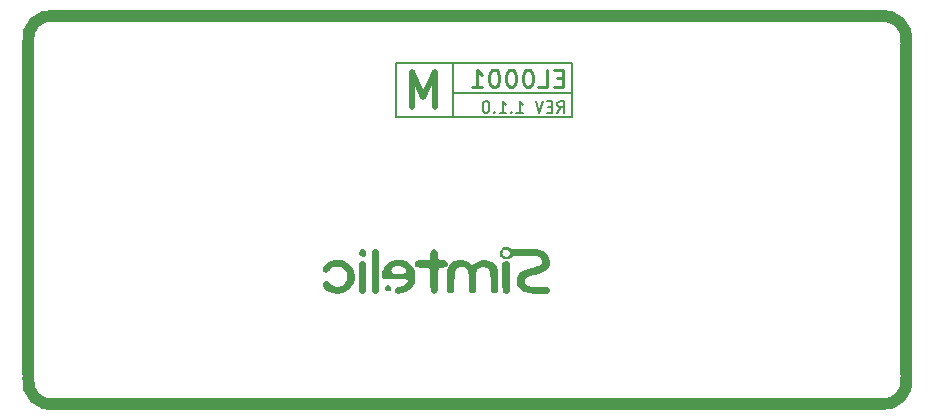
<source format=gbr>
%TF.GenerationSoftware,KiCad,Pcbnew,7.0.7-7.0.7~ubuntu22.04.1*%
%TF.CreationDate,2024-01-12T16:25:32+05:30*%
%TF.ProjectId,24-ch-relay-driver-kicad,32342d63-682d-4726-956c-61792d647269,1.1.0*%
%TF.SameCoordinates,Original*%
%TF.FileFunction,Legend,Bot*%
%TF.FilePolarity,Positive*%
%FSLAX46Y46*%
G04 Gerber Fmt 4.6, Leading zero omitted, Abs format (unit mm)*
G04 Created by KiCad (PCBNEW 7.0.7-7.0.7~ubuntu22.04.1) date 2024-01-12 16:25:32*
%MOMM*%
%LPD*%
G01*
G04 APERTURE LIST*
%ADD10C,1.000000*%
%ADD11C,0.150000*%
%ADD12C,0.250000*%
%ADD13C,0.500000*%
G04 APERTURE END LIST*
D10*
X116690990Y-70440990D02*
G75*
G03*
X114440990Y-72690990I-306890J-1943110D01*
G01*
X186550000Y-103300000D02*
G75*
G03*
X188800000Y-101050000I306900J1943100D01*
G01*
D11*
X150400000Y-74400000D02*
X150400000Y-79000000D01*
X160500000Y-74400000D02*
X160500000Y-79000000D01*
X160500000Y-77000000D02*
X150400000Y-77000000D01*
X149300000Y-74400000D02*
X160500000Y-74400000D01*
D10*
X116250000Y-70450000D02*
X186950000Y-70450000D01*
X114447907Y-101052093D02*
G75*
G03*
X116697907Y-103302093I1943093J-306907D01*
G01*
X114450000Y-72975000D02*
X114450000Y-100650000D01*
D11*
X160500000Y-79000000D02*
X145600000Y-79000000D01*
D10*
X188800000Y-73000000D02*
X188800000Y-100675000D01*
X188802095Y-72697904D02*
G75*
G03*
X186552096Y-70447905I-1943095J306904D01*
G01*
D11*
X145600000Y-79000000D02*
X145600000Y-74400000D01*
D10*
X116100000Y-103300000D02*
X186800000Y-103300000D01*
D11*
X145600000Y-74400000D02*
X149300000Y-74400000D01*
D12*
X159685713Y-75695214D02*
X159185713Y-75695214D01*
X158971427Y-76480928D02*
X159685713Y-76480928D01*
X159685713Y-76480928D02*
X159685713Y-74980928D01*
X159685713Y-74980928D02*
X158971427Y-74980928D01*
X157614284Y-76480928D02*
X158328570Y-76480928D01*
X158328570Y-76480928D02*
X158328570Y-74980928D01*
X156828569Y-74980928D02*
X156685712Y-74980928D01*
X156685712Y-74980928D02*
X156542855Y-75052357D01*
X156542855Y-75052357D02*
X156471427Y-75123785D01*
X156471427Y-75123785D02*
X156399998Y-75266642D01*
X156399998Y-75266642D02*
X156328569Y-75552357D01*
X156328569Y-75552357D02*
X156328569Y-75909500D01*
X156328569Y-75909500D02*
X156399998Y-76195214D01*
X156399998Y-76195214D02*
X156471427Y-76338071D01*
X156471427Y-76338071D02*
X156542855Y-76409500D01*
X156542855Y-76409500D02*
X156685712Y-76480928D01*
X156685712Y-76480928D02*
X156828569Y-76480928D01*
X156828569Y-76480928D02*
X156971427Y-76409500D01*
X156971427Y-76409500D02*
X157042855Y-76338071D01*
X157042855Y-76338071D02*
X157114284Y-76195214D01*
X157114284Y-76195214D02*
X157185712Y-75909500D01*
X157185712Y-75909500D02*
X157185712Y-75552357D01*
X157185712Y-75552357D02*
X157114284Y-75266642D01*
X157114284Y-75266642D02*
X157042855Y-75123785D01*
X157042855Y-75123785D02*
X156971427Y-75052357D01*
X156971427Y-75052357D02*
X156828569Y-74980928D01*
X155399998Y-74980928D02*
X155257141Y-74980928D01*
X155257141Y-74980928D02*
X155114284Y-75052357D01*
X155114284Y-75052357D02*
X155042856Y-75123785D01*
X155042856Y-75123785D02*
X154971427Y-75266642D01*
X154971427Y-75266642D02*
X154899998Y-75552357D01*
X154899998Y-75552357D02*
X154899998Y-75909500D01*
X154899998Y-75909500D02*
X154971427Y-76195214D01*
X154971427Y-76195214D02*
X155042856Y-76338071D01*
X155042856Y-76338071D02*
X155114284Y-76409500D01*
X155114284Y-76409500D02*
X155257141Y-76480928D01*
X155257141Y-76480928D02*
X155399998Y-76480928D01*
X155399998Y-76480928D02*
X155542856Y-76409500D01*
X155542856Y-76409500D02*
X155614284Y-76338071D01*
X155614284Y-76338071D02*
X155685713Y-76195214D01*
X155685713Y-76195214D02*
X155757141Y-75909500D01*
X155757141Y-75909500D02*
X155757141Y-75552357D01*
X155757141Y-75552357D02*
X155685713Y-75266642D01*
X155685713Y-75266642D02*
X155614284Y-75123785D01*
X155614284Y-75123785D02*
X155542856Y-75052357D01*
X155542856Y-75052357D02*
X155399998Y-74980928D01*
X153971427Y-74980928D02*
X153828570Y-74980928D01*
X153828570Y-74980928D02*
X153685713Y-75052357D01*
X153685713Y-75052357D02*
X153614285Y-75123785D01*
X153614285Y-75123785D02*
X153542856Y-75266642D01*
X153542856Y-75266642D02*
X153471427Y-75552357D01*
X153471427Y-75552357D02*
X153471427Y-75909500D01*
X153471427Y-75909500D02*
X153542856Y-76195214D01*
X153542856Y-76195214D02*
X153614285Y-76338071D01*
X153614285Y-76338071D02*
X153685713Y-76409500D01*
X153685713Y-76409500D02*
X153828570Y-76480928D01*
X153828570Y-76480928D02*
X153971427Y-76480928D01*
X153971427Y-76480928D02*
X154114285Y-76409500D01*
X154114285Y-76409500D02*
X154185713Y-76338071D01*
X154185713Y-76338071D02*
X154257142Y-76195214D01*
X154257142Y-76195214D02*
X154328570Y-75909500D01*
X154328570Y-75909500D02*
X154328570Y-75552357D01*
X154328570Y-75552357D02*
X154257142Y-75266642D01*
X154257142Y-75266642D02*
X154185713Y-75123785D01*
X154185713Y-75123785D02*
X154114285Y-75052357D01*
X154114285Y-75052357D02*
X153971427Y-74980928D01*
X152042856Y-76480928D02*
X152899999Y-76480928D01*
X152471428Y-76480928D02*
X152471428Y-74980928D01*
X152471428Y-74980928D02*
X152614285Y-75195214D01*
X152614285Y-75195214D02*
X152757142Y-75338071D01*
X152757142Y-75338071D02*
X152899999Y-75409500D01*
D11*
X159257142Y-78654819D02*
X159590475Y-78178628D01*
X159828570Y-78654819D02*
X159828570Y-77654819D01*
X159828570Y-77654819D02*
X159447618Y-77654819D01*
X159447618Y-77654819D02*
X159352380Y-77702438D01*
X159352380Y-77702438D02*
X159304761Y-77750057D01*
X159304761Y-77750057D02*
X159257142Y-77845295D01*
X159257142Y-77845295D02*
X159257142Y-77988152D01*
X159257142Y-77988152D02*
X159304761Y-78083390D01*
X159304761Y-78083390D02*
X159352380Y-78131009D01*
X159352380Y-78131009D02*
X159447618Y-78178628D01*
X159447618Y-78178628D02*
X159828570Y-78178628D01*
X158828570Y-78131009D02*
X158495237Y-78131009D01*
X158352380Y-78654819D02*
X158828570Y-78654819D01*
X158828570Y-78654819D02*
X158828570Y-77654819D01*
X158828570Y-77654819D02*
X158352380Y-77654819D01*
X158066665Y-77654819D02*
X157733332Y-78654819D01*
X157733332Y-78654819D02*
X157399999Y-77654819D01*
X155780951Y-78654819D02*
X156352379Y-78654819D01*
X156066665Y-78654819D02*
X156066665Y-77654819D01*
X156066665Y-77654819D02*
X156161903Y-77797676D01*
X156161903Y-77797676D02*
X156257141Y-77892914D01*
X156257141Y-77892914D02*
X156352379Y-77940533D01*
X155352379Y-78559580D02*
X155304760Y-78607200D01*
X155304760Y-78607200D02*
X155352379Y-78654819D01*
X155352379Y-78654819D02*
X155399998Y-78607200D01*
X155399998Y-78607200D02*
X155352379Y-78559580D01*
X155352379Y-78559580D02*
X155352379Y-78654819D01*
X154352380Y-78654819D02*
X154923808Y-78654819D01*
X154638094Y-78654819D02*
X154638094Y-77654819D01*
X154638094Y-77654819D02*
X154733332Y-77797676D01*
X154733332Y-77797676D02*
X154828570Y-77892914D01*
X154828570Y-77892914D02*
X154923808Y-77940533D01*
X153923808Y-78559580D02*
X153876189Y-78607200D01*
X153876189Y-78607200D02*
X153923808Y-78654819D01*
X153923808Y-78654819D02*
X153971427Y-78607200D01*
X153971427Y-78607200D02*
X153923808Y-78559580D01*
X153923808Y-78559580D02*
X153923808Y-78654819D01*
X153257142Y-77654819D02*
X153161904Y-77654819D01*
X153161904Y-77654819D02*
X153066666Y-77702438D01*
X153066666Y-77702438D02*
X153019047Y-77750057D01*
X153019047Y-77750057D02*
X152971428Y-77845295D01*
X152971428Y-77845295D02*
X152923809Y-78035771D01*
X152923809Y-78035771D02*
X152923809Y-78273866D01*
X152923809Y-78273866D02*
X152971428Y-78464342D01*
X152971428Y-78464342D02*
X153019047Y-78559580D01*
X153019047Y-78559580D02*
X153066666Y-78607200D01*
X153066666Y-78607200D02*
X153161904Y-78654819D01*
X153161904Y-78654819D02*
X153257142Y-78654819D01*
X153257142Y-78654819D02*
X153352380Y-78607200D01*
X153352380Y-78607200D02*
X153399999Y-78559580D01*
X153399999Y-78559580D02*
X153447618Y-78464342D01*
X153447618Y-78464342D02*
X153495237Y-78273866D01*
X153495237Y-78273866D02*
X153495237Y-78035771D01*
X153495237Y-78035771D02*
X153447618Y-77845295D01*
X153447618Y-77845295D02*
X153399999Y-77750057D01*
X153399999Y-77750057D02*
X153352380Y-77702438D01*
X153352380Y-77702438D02*
X153257142Y-77654819D01*
D13*
X148899999Y-78161857D02*
X148899999Y-75161857D01*
X148899999Y-75161857D02*
X147899999Y-77304714D01*
X147899999Y-77304714D02*
X146899999Y-75161857D01*
X146899999Y-75161857D02*
X146899999Y-78161857D01*
%TO.C,LG102*%
G36*
X145074415Y-93280716D02*
G01*
X145164819Y-93367457D01*
X145200019Y-93490062D01*
X145196531Y-93551421D01*
X145155561Y-93659809D01*
X145051261Y-93741581D01*
X144976593Y-93768198D01*
X144843870Y-93750470D01*
X144720421Y-93656435D01*
X144672485Y-93587315D01*
X144651669Y-93466044D01*
X144712169Y-93332860D01*
X144724342Y-93316985D01*
X144828941Y-93247348D01*
X144954045Y-93237969D01*
X145074415Y-93280716D01*
G37*
G36*
X142856635Y-90199334D02*
G01*
X142968002Y-90270777D01*
X143044068Y-90380277D01*
X143074161Y-90510013D01*
X143047608Y-90642167D01*
X142953739Y-90758919D01*
X142849765Y-90826730D01*
X142749132Y-90841693D01*
X142622877Y-90799168D01*
X142508869Y-90707217D01*
X142451853Y-90577132D01*
X142452414Y-90434362D01*
X142510429Y-90304034D01*
X142625774Y-90211277D01*
X142720637Y-90183766D01*
X142856635Y-90199334D01*
G37*
G36*
X143921989Y-90190878D02*
G01*
X144051351Y-90289153D01*
X144176135Y-90413937D01*
X144176135Y-92064034D01*
X144176135Y-93714131D01*
X144051351Y-93838914D01*
X144013982Y-93874069D01*
X143888583Y-93950000D01*
X143767351Y-93945255D01*
X143634230Y-93860671D01*
X143514454Y-93757645D01*
X143514454Y-92064034D01*
X143514454Y-90370423D01*
X143634230Y-90267396D01*
X143672963Y-90236211D01*
X143801212Y-90173510D01*
X143921989Y-90190878D01*
G37*
G36*
X142953739Y-91234695D02*
G01*
X143066219Y-91323172D01*
X143066219Y-92551440D01*
X143066172Y-92696694D01*
X143065425Y-93025589D01*
X143063333Y-93282330D01*
X143059343Y-93476512D01*
X143052899Y-93617727D01*
X143043448Y-93715569D01*
X143030437Y-93779631D01*
X143013309Y-93819507D01*
X142991513Y-93844788D01*
X142936526Y-93886729D01*
X142852773Y-93933412D01*
X142788399Y-93953823D01*
X142718985Y-93953199D01*
X142624700Y-93916301D01*
X142575419Y-93890137D01*
X142529454Y-93850535D01*
X142493955Y-93791831D01*
X142467585Y-93704558D01*
X142449007Y-93579250D01*
X142436885Y-93406439D01*
X142429881Y-93176659D01*
X142426660Y-92880441D01*
X142425883Y-92508320D01*
X142425883Y-91355783D01*
X142530665Y-91251001D01*
X142659289Y-91165446D01*
X142803661Y-91157697D01*
X142953739Y-91234695D01*
G37*
G36*
X154916305Y-91146280D02*
G01*
X155023783Y-91178201D01*
X155127823Y-91251001D01*
X155232605Y-91355783D01*
X155232605Y-92534480D01*
X155232426Y-92667701D01*
X155229620Y-93038792D01*
X155223534Y-93341661D01*
X155214320Y-93572031D01*
X155202132Y-93725622D01*
X155187126Y-93798156D01*
X155143542Y-93854257D01*
X155048386Y-93920711D01*
X154984177Y-93944259D01*
X154920990Y-93960992D01*
X154870428Y-93951577D01*
X154770010Y-93902834D01*
X154673377Y-93834130D01*
X154618787Y-93769684D01*
X154618433Y-93768658D01*
X154611487Y-93705199D01*
X154605239Y-93568721D01*
X154599942Y-93371001D01*
X154595847Y-93123818D01*
X154593206Y-92838952D01*
X154592269Y-92528182D01*
X154592269Y-91355783D01*
X154697052Y-91251001D01*
X154700723Y-91247395D01*
X154805997Y-91175815D01*
X154912437Y-91146219D01*
X154916305Y-91146280D01*
G37*
G36*
X140641072Y-91103615D02*
G01*
X140964481Y-91127898D01*
X141235172Y-91201032D01*
X141474468Y-91331331D01*
X141703690Y-91527112D01*
X141816624Y-91648044D01*
X141940322Y-91819621D01*
X142019779Y-91998321D01*
X142058371Y-92144963D01*
X142092557Y-92440400D01*
X142081262Y-92742763D01*
X142024310Y-93012573D01*
X141955270Y-93173655D01*
X141782110Y-93423536D01*
X141550388Y-93637976D01*
X141276200Y-93803267D01*
X140975639Y-93905703D01*
X140922899Y-93916921D01*
X140756754Y-93947390D01*
X140625021Y-93957140D01*
X140489326Y-93946831D01*
X140311296Y-93917122D01*
X140265518Y-93908208D01*
X139998435Y-93830393D01*
X139782930Y-93711473D01*
X139592914Y-93537667D01*
X139520644Y-93453595D01*
X139416146Y-93298769D01*
X139376223Y-93167435D01*
X139395158Y-93045358D01*
X139454172Y-92948554D01*
X139567367Y-92876222D01*
X139701166Y-92866588D01*
X139833995Y-92919990D01*
X139944281Y-93036765D01*
X139968923Y-93073615D01*
X140133469Y-93231733D01*
X140351024Y-93331384D01*
X140608438Y-93366051D01*
X140659704Y-93364945D01*
X140927489Y-93316969D01*
X141145280Y-93202129D01*
X141307611Y-93026010D01*
X141409017Y-92794195D01*
X141444034Y-92512269D01*
X141442991Y-92460940D01*
X141396214Y-92187407D01*
X141284029Y-91964640D01*
X141112051Y-91798393D01*
X140885895Y-91694423D01*
X140611178Y-91658488D01*
X140605761Y-91658495D01*
X140418513Y-91672383D01*
X140265346Y-91721343D01*
X140120130Y-91818014D01*
X139956741Y-91975031D01*
X139907929Y-92024421D01*
X139772788Y-92133363D01*
X139668590Y-92170756D01*
X139638841Y-92168894D01*
X139514432Y-92115114D01*
X139427597Y-92001544D01*
X139394958Y-91847804D01*
X139399657Y-91782017D01*
X139429397Y-91695641D01*
X139498218Y-91599461D01*
X139619438Y-91471128D01*
X139679675Y-91413256D01*
X139871323Y-91265394D01*
X140076614Y-91169977D01*
X140317917Y-91118769D01*
X140617600Y-91103530D01*
X140641072Y-91103615D01*
G37*
G36*
X147172603Y-92015076D02*
G01*
X147205789Y-92140105D01*
X147221857Y-92288699D01*
X147226648Y-92491678D01*
X147226476Y-92603699D01*
X147219588Y-92766466D01*
X147198561Y-92892642D01*
X147156808Y-93014050D01*
X147087737Y-93162511D01*
X147082962Y-93172147D01*
X146912761Y-93442359D01*
X146698912Y-93649373D01*
X146430634Y-93801285D01*
X146097143Y-93906190D01*
X145994145Y-93926602D01*
X145771197Y-93941576D01*
X145612357Y-93902077D01*
X145518439Y-93808434D01*
X145490255Y-93660975D01*
X145505980Y-93552276D01*
X145562538Y-93465484D01*
X145674522Y-93407693D01*
X145856832Y-93366949D01*
X146095945Y-93305303D01*
X146320730Y-93182529D01*
X146479193Y-93006675D01*
X146528541Y-92926084D01*
X146562770Y-92858382D01*
X146569362Y-92807947D01*
X146540070Y-92772239D01*
X146466643Y-92748718D01*
X146340834Y-92734844D01*
X146154394Y-92728079D01*
X145899075Y-92725882D01*
X145566628Y-92725714D01*
X144566533Y-92725714D01*
X144475769Y-92610326D01*
X144440659Y-92560595D01*
X144404283Y-92457974D01*
X144411575Y-92322175D01*
X144424775Y-92245483D01*
X144505516Y-91972058D01*
X145196787Y-91972058D01*
X145206980Y-92109019D01*
X145285444Y-92221538D01*
X145293691Y-92227985D01*
X145358250Y-92263252D01*
X145449992Y-92284441D01*
X145588255Y-92294389D01*
X145792377Y-92295934D01*
X145986966Y-92291082D01*
X146178364Y-92272507D01*
X146306723Y-92236504D01*
X146384376Y-92179178D01*
X146423657Y-92096637D01*
X146432556Y-92005214D01*
X146388995Y-91872379D01*
X146286290Y-91763791D01*
X146139476Y-91683030D01*
X145963590Y-91633675D01*
X145773668Y-91619309D01*
X145584746Y-91643510D01*
X145411858Y-91709859D01*
X145270042Y-91821937D01*
X145255954Y-91838902D01*
X145196787Y-91972058D01*
X144505516Y-91972058D01*
X144526944Y-91899493D01*
X144690335Y-91612663D01*
X144915697Y-91383946D01*
X145203776Y-91212295D01*
X145309514Y-91166800D01*
X145422616Y-91128753D01*
X145536329Y-91109727D01*
X145678827Y-91105533D01*
X145878284Y-91111981D01*
X146019238Y-91119830D01*
X146208428Y-91140422D01*
X146351342Y-91174016D01*
X146472596Y-91225306D01*
X146680779Y-91355757D01*
X146927625Y-91587995D01*
X147107943Y-91865044D01*
X147116462Y-91882793D01*
X147168418Y-92005214D01*
X147172603Y-92015076D01*
G37*
G36*
X149001819Y-90238285D02*
G01*
X149078929Y-90317306D01*
X149117526Y-90441906D01*
X149128068Y-90631067D01*
X149133725Y-90799870D01*
X149163256Y-90952651D01*
X149227705Y-91045451D01*
X149337736Y-91091716D01*
X149504018Y-91104887D01*
X149605885Y-91109705D01*
X149736155Y-91129180D01*
X149814792Y-91158249D01*
X149895461Y-91243723D01*
X149956482Y-91375229D01*
X149957820Y-91500016D01*
X149925629Y-91584497D01*
X149849999Y-91680607D01*
X149730594Y-91729944D01*
X149548342Y-91743866D01*
X149440017Y-91744707D01*
X149336741Y-91753371D01*
X149259218Y-91779540D01*
X149203755Y-91832912D01*
X149166658Y-91923182D01*
X149144235Y-92060047D01*
X149132791Y-92253202D01*
X149128633Y-92512342D01*
X149128068Y-92847165D01*
X149128050Y-92936790D01*
X149127088Y-93235325D01*
X149123084Y-93462250D01*
X149113884Y-93628520D01*
X149097336Y-93745089D01*
X149071288Y-93822909D01*
X149033588Y-93872934D01*
X148982084Y-93906117D01*
X148914622Y-93933412D01*
X148850248Y-93953823D01*
X148780834Y-93953199D01*
X148686548Y-93916301D01*
X148644967Y-93894639D01*
X148592150Y-93851044D01*
X148552536Y-93786168D01*
X148524272Y-93689331D01*
X148505510Y-93549856D01*
X148494400Y-93357064D01*
X148489090Y-93100277D01*
X148487731Y-92768815D01*
X148487732Y-92761594D01*
X148488231Y-92441348D01*
X148485238Y-92196222D01*
X148472207Y-92016219D01*
X148442589Y-91891340D01*
X148389838Y-91811587D01*
X148307406Y-91766961D01*
X148188746Y-91747465D01*
X148027311Y-91743099D01*
X147816552Y-91743866D01*
X147813183Y-91743865D01*
X147599940Y-91742174D01*
X147454393Y-91735413D01*
X147359124Y-91720961D01*
X147296714Y-91696194D01*
X147249748Y-91658488D01*
X147204290Y-91599239D01*
X147162705Y-91457039D01*
X147187489Y-91311014D01*
X147276850Y-91192006D01*
X147281503Y-91188381D01*
X147340218Y-91150862D01*
X147412114Y-91126232D01*
X147515234Y-91111876D01*
X147667617Y-91105180D01*
X147887304Y-91103530D01*
X147965056Y-91103187D01*
X148205554Y-91095789D01*
X148363005Y-91078800D01*
X148436505Y-91052303D01*
X148461135Y-90995219D01*
X148481129Y-90869242D01*
X148489089Y-90700118D01*
X148496308Y-90543028D01*
X148515415Y-90408197D01*
X148542450Y-90331427D01*
X148627924Y-90250758D01*
X148759431Y-90189737D01*
X148884218Y-90188399D01*
X149001819Y-90238285D01*
G37*
G36*
X153466864Y-91147409D02*
G01*
X153723921Y-91255002D01*
X153941199Y-91429152D01*
X154110536Y-91668760D01*
X154142744Y-91731484D01*
X154174152Y-91802379D01*
X154197205Y-91877521D01*
X154213501Y-91970433D01*
X154224636Y-92094633D01*
X154232210Y-92263642D01*
X154237819Y-92490981D01*
X154243061Y-92790168D01*
X154246229Y-92989683D01*
X154249203Y-93241040D01*
X154248908Y-93427026D01*
X154244413Y-93559860D01*
X154234787Y-93651760D01*
X154219099Y-93714944D01*
X154196419Y-93761629D01*
X154165816Y-93804034D01*
X154142488Y-93830283D01*
X154011747Y-93907876D01*
X153859025Y-93919221D01*
X153714630Y-93860524D01*
X153688498Y-93836621D01*
X153665794Y-93796583D01*
X153648779Y-93731073D01*
X153636027Y-93628110D01*
X153626109Y-93475717D01*
X153617599Y-93261915D01*
X153609068Y-92974725D01*
X153608316Y-92947797D01*
X153596478Y-92618888D01*
X153580199Y-92363259D01*
X153556957Y-92169643D01*
X153524231Y-92026776D01*
X153479500Y-91923390D01*
X153420242Y-91848219D01*
X153343937Y-91789999D01*
X153256412Y-91745435D01*
X153053567Y-91695284D01*
X152841080Y-91698445D01*
X152645925Y-91752812D01*
X152495077Y-91856278D01*
X152467649Y-91887099D01*
X152440685Y-91928098D01*
X152420551Y-91982943D01*
X152405820Y-92063553D01*
X152395068Y-92181847D01*
X152386871Y-92349744D01*
X152379802Y-92579163D01*
X152372437Y-92882024D01*
X152369695Y-92997816D01*
X152362266Y-93274956D01*
X152354487Y-93481977D01*
X152345153Y-93630171D01*
X152333063Y-93730830D01*
X152317014Y-93795247D01*
X152295803Y-93834713D01*
X152268228Y-93860522D01*
X152235582Y-93881335D01*
X152088119Y-93922283D01*
X151939291Y-93896795D01*
X151820578Y-93808529D01*
X151814396Y-93800553D01*
X151785627Y-93756575D01*
X151764455Y-93702743D01*
X151749725Y-93626469D01*
X151740280Y-93515166D01*
X151734966Y-93356248D01*
X151732625Y-93137127D01*
X151732101Y-92845218D01*
X151730505Y-92594277D01*
X151724811Y-92335370D01*
X151715498Y-92127849D01*
X151703098Y-91983037D01*
X151688147Y-91912257D01*
X151637599Y-91849504D01*
X151504128Y-91767333D01*
X151329255Y-91713208D01*
X151138562Y-91691493D01*
X150957630Y-91706554D01*
X150812041Y-91762756D01*
X150759859Y-91798655D01*
X150690746Y-91858519D01*
X150638965Y-91930586D01*
X150601567Y-92027051D01*
X150575601Y-92160112D01*
X150558119Y-92341962D01*
X150546171Y-92584798D01*
X150536807Y-92900816D01*
X150530689Y-93126505D01*
X150522413Y-93363220D01*
X150512810Y-93535926D01*
X150500531Y-93656856D01*
X150484226Y-93738242D01*
X150462546Y-93792317D01*
X150434140Y-93831314D01*
X150386335Y-93871533D01*
X150251603Y-93917935D01*
X150105069Y-93906079D01*
X149981849Y-93835630D01*
X149968190Y-93821198D01*
X149943119Y-93785081D01*
X149924698Y-93733981D01*
X149911928Y-93656166D01*
X149903813Y-93539903D01*
X149899353Y-93373461D01*
X149897551Y-93145107D01*
X149897408Y-92843109D01*
X149897443Y-92813250D01*
X149898560Y-92513372D01*
X149901729Y-92284525D01*
X149908007Y-92113511D01*
X149918448Y-91987134D01*
X149934107Y-91892199D01*
X149956041Y-91815508D01*
X149985303Y-91743866D01*
X150048395Y-91621908D01*
X150230979Y-91390792D01*
X150472773Y-91218976D01*
X150524992Y-91193677D01*
X150645966Y-91154298D01*
X150797354Y-91133585D01*
X151006387Y-91126835D01*
X151049960Y-91126803D01*
X151290122Y-91138666D01*
X151483007Y-91178119D01*
X151660147Y-91254480D01*
X151853072Y-91377068D01*
X152038075Y-91507340D01*
X152194584Y-91410484D01*
X152204111Y-91404618D01*
X152538653Y-91234977D01*
X152866067Y-91136296D01*
X153178192Y-91107473D01*
X153466864Y-91147409D01*
G37*
G36*
X158245182Y-90499550D02*
G01*
X158439782Y-90699853D01*
X158567673Y-90936505D01*
X158623106Y-91202566D01*
X158600333Y-91491097D01*
X158575731Y-91585352D01*
X158499865Y-91756514D01*
X158382528Y-91903094D01*
X158214974Y-92031066D01*
X157988452Y-92146405D01*
X157694214Y-92255087D01*
X157323511Y-92363086D01*
X157188287Y-92399835D01*
X156927370Y-92478195D01*
X156736292Y-92551082D01*
X156605063Y-92624990D01*
X156523696Y-92706418D01*
X156482201Y-92801860D01*
X156470589Y-92917815D01*
X156493320Y-93059625D01*
X156579870Y-93183972D01*
X156740840Y-93283364D01*
X156801832Y-93308052D01*
X156889282Y-93332030D01*
X157000548Y-93348312D01*
X157151015Y-93358311D01*
X157356066Y-93363441D01*
X157631087Y-93365113D01*
X157796222Y-93366431D01*
X158029033Y-93372151D01*
X158227554Y-93381573D01*
X158374758Y-93393810D01*
X158453617Y-93407974D01*
X158551528Y-93475754D01*
X158611679Y-93590540D01*
X158618090Y-93720474D01*
X158570069Y-93838972D01*
X158466924Y-93919449D01*
X158452792Y-93924018D01*
X158346740Y-93940068D01*
X158178445Y-93951313D01*
X157966457Y-93957762D01*
X157729322Y-93959428D01*
X157485589Y-93956322D01*
X157253805Y-93948456D01*
X157052519Y-93935840D01*
X156900279Y-93918486D01*
X156867048Y-93912883D01*
X156529759Y-93825867D01*
X156259503Y-93693316D01*
X156049604Y-93512040D01*
X156008889Y-93463048D01*
X155866449Y-93222461D01*
X155796242Y-92965913D01*
X155798589Y-92708248D01*
X155873814Y-92464307D01*
X156022236Y-92248932D01*
X156036390Y-92234321D01*
X156155355Y-92135523D01*
X156312001Y-92045024D01*
X156518045Y-91957764D01*
X156785199Y-91868687D01*
X157125179Y-91772734D01*
X157152354Y-91765445D01*
X157366050Y-91703630D01*
X157556174Y-91641255D01*
X157702927Y-91585216D01*
X157786508Y-91542409D01*
X157853169Y-91481905D01*
X157935317Y-91335908D01*
X157942668Y-91175233D01*
X157876368Y-91015563D01*
X157737562Y-90872579D01*
X157730384Y-90867328D01*
X157688477Y-90840946D01*
X157637735Y-90820503D01*
X157567221Y-90805072D01*
X157466003Y-90793727D01*
X157323146Y-90785540D01*
X157127715Y-90779584D01*
X156868776Y-90774933D01*
X156535395Y-90770658D01*
X155453648Y-90757955D01*
X155293319Y-90898725D01*
X155263336Y-90924544D01*
X155158517Y-90998350D01*
X155051904Y-91031696D01*
X154902039Y-91039496D01*
X154812430Y-91037982D01*
X154702867Y-91021619D01*
X154619510Y-90974244D01*
X154524955Y-90880039D01*
X154514203Y-90868227D01*
X154427421Y-90756992D01*
X154388080Y-90651024D01*
X154381711Y-90551160D01*
X154595654Y-90551160D01*
X154646376Y-90682616D01*
X154761524Y-90782585D01*
X154805512Y-90804955D01*
X154894729Y-90838986D01*
X154968945Y-90830953D01*
X155071979Y-90780573D01*
X155148704Y-90722006D01*
X155218958Y-90597983D01*
X155226142Y-90457488D01*
X155171025Y-90324886D01*
X155054379Y-90224541D01*
X154960564Y-90183065D01*
X154882120Y-90181085D01*
X154778639Y-90222539D01*
X154684590Y-90288567D01*
X154608634Y-90411912D01*
X154595654Y-90551160D01*
X154381711Y-90551160D01*
X154378824Y-90505882D01*
X154378878Y-90490026D01*
X154390135Y-90350240D01*
X154433042Y-90245621D01*
X154524955Y-90131726D01*
X154580089Y-90073690D01*
X154664598Y-90006589D01*
X154758444Y-89978160D01*
X154899528Y-89972269D01*
X154993870Y-89975348D01*
X155136726Y-90003296D01*
X155250078Y-90068319D01*
X155287334Y-90095875D01*
X155332835Y-90120482D01*
X155392339Y-90138372D01*
X155477742Y-90150619D01*
X155600941Y-90158300D01*
X155773829Y-90162489D01*
X156008304Y-90164261D01*
X156316262Y-90164692D01*
X156399820Y-90164885D01*
X156693763Y-90168040D01*
X156971934Y-90174575D01*
X157216934Y-90183870D01*
X157411361Y-90195306D01*
X157537815Y-90208260D01*
X157678845Y-90235754D01*
X157989620Y-90342537D01*
X158176720Y-90457488D01*
X158245182Y-90499550D01*
G37*
%TD*%
M02*

</source>
